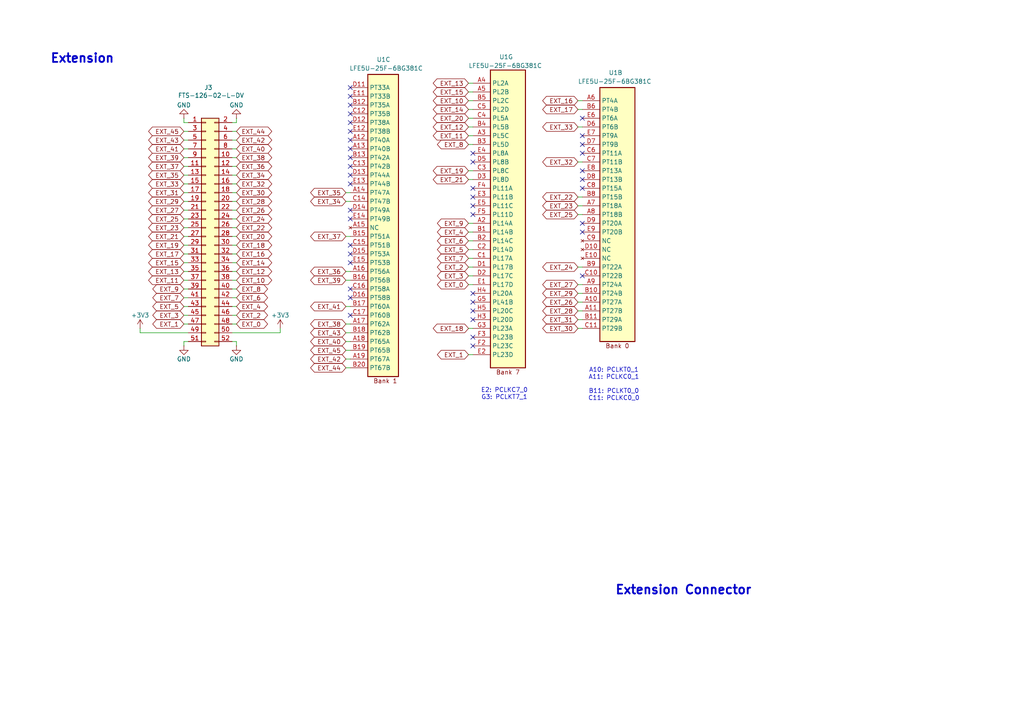
<source format=kicad_sch>
(kicad_sch (version 20231120) (generator "eeschema") (generator_version "8.0")
  (paper "A4")
  (no_connect (at 137.16 100.33))
  (no_connect (at 137.16 85.09))
  (no_connect (at 101.6 76.2))
  (no_connect (at 101.6 53.34))
  (no_connect (at 168.91 34.29))
  (no_connect (at 101.6 50.8))
  (no_connect (at 137.16 54.61))
  (no_connect (at 168.91 41.91))
  (no_connect (at 101.6 60.96))
  (no_connect (at 137.16 57.15))
  (no_connect (at 101.6 30.48))
  (no_connect (at 168.91 54.61))
  (no_connect (at 168.91 44.45))
  (no_connect (at 137.16 90.17))
  (no_connect (at 101.6 43.18))
  (no_connect (at 101.6 27.94))
  (no_connect (at 137.16 87.63))
  (no_connect (at 101.6 45.72))
  (no_connect (at 137.16 59.69))
  (no_connect (at 137.16 44.45))
  (no_connect (at 101.6 83.82))
  (no_connect (at 101.6 86.36))
  (no_connect (at 101.6 73.66))
  (no_connect (at 101.6 63.5))
  (no_connect (at 137.16 92.71))
  (no_connect (at 137.16 97.79))
  (no_connect (at 137.16 62.23))
  (no_connect (at 168.91 49.53))
  (no_connect (at 168.91 80.01))
  (no_connect (at 101.6 40.64))
  (no_connect (at 101.6 33.02))
  (no_connect (at 101.6 48.26))
  (no_connect (at 101.6 38.1))
  (no_connect (at 101.6 91.44))
  (no_connect (at 101.6 35.56))
  (no_connect (at 168.91 64.77))
  (no_connect (at 137.16 46.99))
  (no_connect (at 101.6 25.4))
  (no_connect (at 168.91 67.31))
  (no_connect (at 168.91 39.37))
  (no_connect (at 101.6 71.12))
  (no_connect (at 168.91 52.07))
  (wire (pts (xy 67.31 43.18) (xy 68.58 43.18)))
  (wire (pts (xy 135.89 82.55) (xy 137.16 82.55)))
  (wire (pts (xy 68.58 83.82) (xy 67.31 83.82)))
  (wire (pts (xy 135.89 24.13) (xy 137.16 24.13)))
  (wire (pts (xy 167.64 59.69) (xy 168.91 59.69)))
  (wire (pts (xy 68.58 60.96) (xy 67.31 60.96)))
  (wire (pts (xy 53.34 53.34) (xy 54.61 53.34)))
  (wire (pts (xy 135.89 64.77) (xy 137.16 64.77)))
  (wire (pts (xy 53.34 78.74) (xy 54.61 78.74)))
  (wire (pts (xy 54.61 35.56) (xy 53.34 35.56)))
  (wire (pts (xy 100.33 81.28) (xy 101.6 81.28)))
  (wire (pts (xy 53.34 81.28) (xy 54.61 81.28)))
  (wire (pts (xy 40.64 96.52) (xy 40.64 95.25)))
  (wire (pts (xy 68.58 88.9) (xy 67.31 88.9)))
  (wire (pts (xy 67.31 38.1) (xy 68.58 38.1)))
  (wire (pts (xy 100.33 88.9) (xy 101.6 88.9)))
  (wire (pts (xy 100.33 78.74) (xy 101.6 78.74)))
  (wire (pts (xy 53.34 58.42) (xy 54.61 58.42)))
  (wire (pts (xy 135.89 52.07) (xy 137.16 52.07)))
  (wire (pts (xy 68.58 35.56) (xy 68.58 34.29)))
  (wire (pts (xy 54.61 99.06) (xy 53.34 99.06)))
  (wire (pts (xy 167.64 57.15) (xy 168.91 57.15)))
  (wire (pts (xy 53.34 50.8) (xy 54.61 50.8)))
  (wire (pts (xy 68.58 76.2) (xy 67.31 76.2)))
  (wire (pts (xy 100.33 99.06) (xy 101.6 99.06)))
  (wire (pts (xy 167.64 29.21) (xy 168.91 29.21)))
  (wire (pts (xy 167.64 90.17) (xy 168.91 90.17)))
  (wire (pts (xy 68.58 55.88) (xy 67.31 55.88)))
  (wire (pts (xy 135.89 34.29) (xy 137.16 34.29)))
  (wire (pts (xy 81.28 96.52) (xy 81.28 95.25)))
  (wire (pts (xy 68.58 68.58) (xy 67.31 68.58)))
  (wire (pts (xy 53.34 45.72) (xy 54.61 45.72)))
  (wire (pts (xy 53.34 55.88) (xy 54.61 55.88)))
  (wire (pts (xy 53.34 76.2) (xy 54.61 76.2)))
  (wire (pts (xy 135.89 39.37) (xy 137.16 39.37)))
  (wire (pts (xy 100.33 58.42) (xy 101.6 58.42)))
  (wire (pts (xy 135.89 72.39) (xy 137.16 72.39)))
  (wire (pts (xy 68.58 63.5) (xy 67.31 63.5)))
  (wire (pts (xy 53.34 48.26) (xy 54.61 48.26)))
  (wire (pts (xy 135.89 36.83) (xy 137.16 36.83)))
  (wire (pts (xy 100.33 93.98) (xy 101.6 93.98)))
  (wire (pts (xy 100.33 106.68) (xy 101.6 106.68)))
  (wire (pts (xy 54.61 96.52) (xy 40.64 96.52)))
  (wire (pts (xy 67.31 48.26) (xy 68.58 48.26)))
  (wire (pts (xy 100.33 55.88) (xy 101.6 55.88)))
  (wire (pts (xy 135.89 77.47) (xy 137.16 77.47)))
  (wire (pts (xy 68.58 53.34) (xy 67.31 53.34)))
  (wire (pts (xy 167.64 36.83) (xy 168.91 36.83)))
  (wire (pts (xy 67.31 40.64) (xy 68.58 40.64)))
  (wire (pts (xy 135.89 74.93) (xy 137.16 74.93)))
  (wire (pts (xy 135.89 29.21) (xy 137.16 29.21)))
  (wire (pts (xy 68.58 93.98) (xy 67.31 93.98)))
  (wire (pts (xy 167.64 31.75) (xy 168.91 31.75)))
  (wire (pts (xy 53.34 91.44) (xy 54.61 91.44)))
  (wire (pts (xy 68.58 71.12) (xy 67.31 71.12)))
  (wire (pts (xy 100.33 104.14) (xy 101.6 104.14)))
  (wire (pts (xy 100.33 68.58) (xy 101.6 68.58)))
  (wire (pts (xy 67.31 45.72) (xy 68.58 45.72)))
  (wire (pts (xy 135.89 41.91) (xy 137.16 41.91)))
  (wire (pts (xy 68.58 99.06) (xy 68.58 100.33)))
  (wire (pts (xy 167.64 77.47) (xy 168.91 77.47)))
  (wire (pts (xy 135.89 67.31) (xy 137.16 67.31)))
  (wire (pts (xy 100.33 101.6) (xy 101.6 101.6)))
  (wire (pts (xy 53.34 38.1) (xy 54.61 38.1)))
  (wire (pts (xy 167.64 46.99) (xy 168.91 46.99)))
  (wire (pts (xy 68.58 58.42) (xy 67.31 58.42)))
  (wire (pts (xy 68.58 91.44) (xy 67.31 91.44)))
  (wire (pts (xy 53.34 35.56) (xy 53.34 34.29)))
  (wire (pts (xy 135.89 95.25) (xy 137.16 95.25)))
  (wire (pts (xy 68.58 86.36) (xy 67.31 86.36)))
  (wire (pts (xy 67.31 50.8) (xy 68.58 50.8)))
  (wire (pts (xy 53.34 93.98) (xy 54.61 93.98)))
  (wire (pts (xy 67.31 99.06) (xy 68.58 99.06)))
  (wire (pts (xy 53.34 86.36) (xy 54.61 86.36)))
  (wire (pts (xy 67.31 35.56) (xy 68.58 35.56)))
  (wire (pts (xy 68.58 73.66) (xy 67.31 73.66)))
  (wire (pts (xy 53.34 43.18) (xy 54.61 43.18)))
  (wire (pts (xy 167.64 62.23) (xy 168.91 62.23)))
  (wire (pts (xy 135.89 80.01) (xy 137.16 80.01)))
  (wire (pts (xy 53.34 63.5) (xy 54.61 63.5)))
  (wire (pts (xy 135.89 26.67) (xy 137.16 26.67)))
  (wire (pts (xy 167.64 95.25) (xy 168.91 95.25)))
  (wire (pts (xy 53.34 99.06) (xy 53.34 100.33)))
  (wire (pts (xy 53.34 40.64) (xy 54.61 40.64)))
  (wire (pts (xy 135.89 102.87) (xy 137.16 102.87)))
  (wire (pts (xy 53.34 83.82) (xy 54.61 83.82)))
  (wire (pts (xy 53.34 73.66) (xy 54.61 73.66)))
  (wire (pts (xy 167.64 85.09) (xy 168.91 85.09)))
  (wire (pts (xy 135.89 69.85) (xy 137.16 69.85)))
  (wire (pts (xy 53.34 71.12) (xy 54.61 71.12)))
  (wire (pts (xy 68.58 81.28) (xy 67.31 81.28)))
  (wire (pts (xy 53.34 60.96) (xy 54.61 60.96)))
  (wire (pts (xy 100.33 96.52) (xy 101.6 96.52)))
  (wire (pts (xy 67.31 96.52) (xy 81.28 96.52)))
  (wire (pts (xy 68.58 78.74) (xy 67.31 78.74)))
  (wire (pts (xy 53.34 88.9) (xy 54.61 88.9)))
  (wire (pts (xy 53.34 68.58) (xy 54.61 68.58)))
  (wire (pts (xy 135.89 31.75) (xy 137.16 31.75)))
  (wire (pts (xy 68.58 66.04) (xy 67.31 66.04)))
  (wire (pts (xy 167.64 87.63) (xy 168.91 87.63)))
  (wire (pts (xy 53.34 66.04) (xy 54.61 66.04)))
  (wire (pts (xy 135.89 49.53) (xy 137.16 49.53)))
  (wire (pts (xy 167.64 82.55) (xy 168.91 82.55)))
  (wire (pts (xy 167.64 92.71) (xy 168.91 92.71)))
  (text "E2: PCLKC7_0\nG3: PCLKT7_1" (at 146.304 114.3 0) (effects (font (size 1.27 1.27))))
  (text "Extension Connector" (at 178.308 172.72 0) (effects (font (size 2.54 2.54) (thickness 0.508) (bold yes)) (justify left bottom)))
  (text "Extension" (at 14.478 18.542 0) (effects (font (size 2.54 2.54) (thickness 0.508) (bold yes)) (justify left bottom)))
  (text "A10: PCLKT0_1\nA11: PCLKC0_1\n\nB11: PCLKT0_0\nC11: PCLKC0_0" (at 178.054 111.506 0) (effects (font (size 1.27 1.27))))
  (global_label "EXT_1" (shape bidirectional) (at 135.89 102.87 180) (property "Intersheetrefs" "${INTERSHEET_REFS}" (effects (hide yes))))
  (global_label "EXT_24" (shape bidirectional) (at 167.64 77.47 180) (property "Intersheetrefs" "${INTERSHEET_REFS}" (effects (hide yes))))
  (global_label "EXT_37" (shape bidirectional) (at 53.34 48.26 180) (property "Intersheetrefs" "${INTERSHEET_REFS}" (effects (hide yes))))
  (global_label "EXT_22" (shape bidirectional) (at 68.58 66.04 0) (property "Intersheetrefs" "${INTERSHEET_REFS}" (effects (hide yes))))
  (global_label "EXT_0" (shape bidirectional) (at 135.89 82.55 180) (property "Intersheetrefs" "${INTERSHEET_REFS}" (effects (hide yes))))
  (global_label "EXT_38" (shape bidirectional) (at 100.33 93.98 180) (property "Intersheetrefs" "${INTERSHEET_REFS}" (effects (hide yes))))
  (global_label "EXT_41" (shape bidirectional) (at 53.34 43.18 180) (property "Intersheetrefs" "${INTERSHEET_REFS}" (effects (hide yes))))
  (global_label "EXT_42" (shape bidirectional) (at 68.58 40.64 0) (property "Intersheetrefs" "${INTERSHEET_REFS}" (effects (hide yes))))
  (global_label "EXT_8" (shape bidirectional) (at 135.89 41.91 180) (property "Intersheetrefs" "${INTERSHEET_REFS}" (effects (hide yes))))
  (global_label "EXT_10" (shape bidirectional) (at 68.58 81.28 0) (property "Intersheetrefs" "${INTERSHEET_REFS}" (effects (hide yes))))
  (global_label "EXT_30" (shape bidirectional) (at 68.58 55.88 0) (property "Intersheetrefs" "${INTERSHEET_REFS}" (effects (hide yes))))
  (global_label "EXT_11" (shape bidirectional) (at 53.34 81.28 180) (property "Intersheetrefs" "${INTERSHEET_REFS}" (effects (hide yes))))
  (global_label "EXT_29" (shape bidirectional) (at 53.34 58.42 180) (property "Intersheetrefs" "${INTERSHEET_REFS}" (effects (hide yes))))
  (global_label "EXT_21" (shape bidirectional) (at 135.89 52.07 180) (property "Intersheetrefs" "${INTERSHEET_REFS}" (effects (hide yes))))
  (global_label "EXT_25" (shape bidirectional) (at 167.64 62.23 180) (property "Intersheetrefs" "${INTERSHEET_REFS}" (effects (hide yes))))
  (global_label "EXT_3" (shape bidirectional) (at 53.34 91.44 180) (property "Intersheetrefs" "${INTERSHEET_REFS}" (effects (hide yes))))
  (global_label "EXT_18" (shape bidirectional) (at 135.89 95.25 180) (property "Intersheetrefs" "${INTERSHEET_REFS}" (effects (hide yes))))
  (global_label "EXT_36" (shape bidirectional) (at 68.58 48.26 0) (property "Intersheetrefs" "${INTERSHEET_REFS}" (effects (hide yes))))
  (global_label "EXT_25" (shape bidirectional) (at 53.34 63.5 180) (property "Intersheetrefs" "${INTERSHEET_REFS}" (effects (hide yes))))
  (global_label "EXT_41" (shape bidirectional) (at 100.33 88.9 180) (property "Intersheetrefs" "${INTERSHEET_REFS}" (effects (hide yes))))
  (global_label "EXT_17" (shape bidirectional) (at 167.64 31.75 180) (property "Intersheetrefs" "${INTERSHEET_REFS}" (effects (hide yes))))
  (global_label "EXT_37" (shape bidirectional) (at 100.33 68.58 180) (property "Intersheetrefs" "${INTERSHEET_REFS}" (effects (hide yes))))
  (global_label "EXT_31" (shape bidirectional) (at 53.34 55.88 180) (property "Intersheetrefs" "${INTERSHEET_REFS}" (effects (hide yes))))
  (global_label "EXT_9" (shape bidirectional) (at 53.34 83.82 180) (property "Intersheetrefs" "${INTERSHEET_REFS}" (effects (hide yes))))
  (global_label "EXT_39" (shape bidirectional) (at 53.34 45.72 180) (property "Intersheetrefs" "${INTERSHEET_REFS}" (effects (hide yes))))
  (global_label "EXT_7" (shape bidirectional) (at 53.34 86.36 180) (property "Intersheetrefs" "${INTERSHEET_REFS}" (effects (hide yes))))
  (global_label "EXT_9" (shape bidirectional) (at 135.89 64.77 180) (property "Intersheetrefs" "${INTERSHEET_REFS}" (effects (hide yes))))
  (global_label "EXT_43" (shape bidirectional) (at 100.33 96.52 180) (property "Intersheetrefs" "${INTERSHEET_REFS}" (effects (hide yes))))
  (global_label "EXT_33" (shape bidirectional) (at 53.34 53.34 180) (property "Intersheetrefs" "${INTERSHEET_REFS}" (effects (hide yes))))
  (global_label "EXT_0" (shape bidirectional) (at 68.58 93.98 0) (property "Intersheetrefs" "${INTERSHEET_REFS}" (effects (hide yes))))
  (global_label "EXT_40" (shape bidirectional) (at 68.58 43.18 0) (property "Intersheetrefs" "${INTERSHEET_REFS}" (effects (hide yes))))
  (global_label "EXT_34" (shape bidirectional) (at 68.58 50.8 0) (property "Intersheetrefs" "${INTERSHEET_REFS}" (effects (hide yes))))
  (global_label "EXT_7" (shape bidirectional) (at 135.89 74.93 180) (property "Intersheetrefs" "${INTERSHEET_REFS}" (effects (hide yes))))
  (global_label "EXT_12" (shape bidirectional) (at 68.58 78.74 0) (property "Intersheetrefs" "${INTERSHEET_REFS}" (effects (hide yes))))
  (global_label "EXT_36" (shape bidirectional) (at 100.33 78.74 180) (property "Intersheetrefs" "${INTERSHEET_REFS}" (effects (hide yes))))
  (global_label "EXT_10" (shape bidirectional) (at 135.89 29.21 180) (property "Intersheetrefs" "${INTERSHEET_REFS}" (effects (hide yes))))
  (global_label "EXT_20" (shape bidirectional) (at 135.89 34.29 180) (property "Intersheetrefs" "${INTERSHEET_REFS}" (effects (hide yes))))
  (global_label "EXT_19" (shape bidirectional) (at 53.34 71.12 180) (property "Intersheetrefs" "${INTERSHEET_REFS}" (effects (hide yes))))
  (global_label "EXT_27" (shape bidirectional) (at 53.34 60.96 180) (property "Intersheetrefs" "${INTERSHEET_REFS}" (effects (hide yes))))
  (global_label "EXT_34" (shape bidirectional) (at 100.33 58.42 180) (property "Intersheetrefs" "${INTERSHEET_REFS}" (effects (hide yes))))
  (global_label "EXT_16" (shape bidirectional) (at 167.64 29.21 180) (property "Intersheetrefs" "${INTERSHEET_REFS}" (effects (hide yes))))
  (global_label "EXT_32" (shape bidirectional) (at 167.64 46.99 180) (property "Intersheetrefs" "${INTERSHEET_REFS}" (effects (hide yes))))
  (global_label "EXT_29" (shape bidirectional) (at 167.64 85.09 180) (property "Intersheetrefs" "${INTERSHEET_REFS}" (effects (hide yes))))
  (global_label "EXT_11" (shape bidirectional) (at 135.89 39.37 180) (property "Intersheetrefs" "${INTERSHEET_REFS}" (effects (hide yes))))
  (global_label "EXT_44" (shape bidirectional) (at 100.33 106.68 180) (property "Intersheetrefs" "${INTERSHEET_REFS}" (effects (hide yes))))
  (global_label "EXT_1" (shape bidirectional) (at 53.34 93.98 180) (property "Intersheetrefs" "${INTERSHEET_REFS}" (effects (hide yes))))
  (global_label "EXT_8" (shape bidirectional) (at 68.58 83.82 0) (property "Intersheetrefs" "${INTERSHEET_REFS}" (effects (hide yes))))
  (global_label "EXT_21" (shape bidirectional) (at 53.34 68.58 180) (property "Intersheetrefs" "${INTERSHEET_REFS}" (effects (hide yes))))
  (global_label "EXT_5" (shape bidirectional) (at 135.89 72.39 180) (property "Intersheetrefs" "${INTERSHEET_REFS}" (effects (hide yes))))
  (global_label "EXT_24" (shape bidirectional) (at 68.58 63.5 0) (property "Intersheetrefs" "${INTERSHEET_REFS}" (effects (hide yes))))
  (global_label "EXT_5" (shape bidirectional) (at 53.34 88.9 180) (property "Intersheetrefs" "${INTERSHEET_REFS}" (effects (hide yes))))
  (global_label "EXT_43" (shape bidirectional) (at 53.34 40.64 180) (property "Intersheetrefs" "${INTERSHEET_REFS}" (effects (hide yes))))
  (global_label "EXT_16" (shape bidirectional) (at 68.58 73.66 0) (property "Intersheetrefs" "${INTERSHEET_REFS}" (effects (hide yes))))
  (global_label "EXT_45" (shape bidirectional) (at 53.34 38.1 180) (property "Intersheetrefs" "${INTERSHEET_REFS}" (effects (hide yes))))
  (global_label "EXT_15" (shape bidirectional) (at 135.89 26.67 180) (property "Intersheetrefs" "${INTERSHEET_REFS}" (effects (hide yes))))
  (global_label "EXT_39" (shape bidirectional) (at 100.33 81.28 180) (property "Intersheetrefs" "${INTERSHEET_REFS}" (effects (hide yes))))
  (global_label "EXT_40" (shape bidirectional) (at 100.33 99.06 180) (property "Intersheetrefs" "${INTERSHEET_REFS}" (effects (hide yes))))
  (global_label "EXT_14" (shape bidirectional) (at 135.89 31.75 180) (property "Intersheetrefs" "${INTERSHEET_REFS}" (effects (hide yes))))
  (global_label "EXT_28" (shape bidirectional) (at 167.64 90.17 180) (property "Intersheetrefs" "${INTERSHEET_REFS}" (effects (hide yes))))
  (global_label "EXT_31" (shape bidirectional) (at 167.64 92.71 180) (property "Intersheetrefs" "${INTERSHEET_REFS}" (effects (hide yes))))
  (global_label "EXT_23" (shape bidirectional) (at 167.64 59.69 180) (property "Intersheetrefs" "${INTERSHEET_REFS}" (effects (hide yes))))
  (global_label "EXT_6" (shape bidirectional) (at 68.58 86.36 0) (property "Intersheetrefs" "${INTERSHEET_REFS}" (effects (hide yes))))
  (global_label "EXT_22" (shape bidirectional) (at 167.64 57.15 180) (property "Intersheetrefs" "${INTERSHEET_REFS}" (effects (hide yes))))
  (global_label "EXT_2" (shape bidirectional) (at 68.58 91.44 0) (property "Intersheetrefs" "${INTERSHEET_REFS}" (effects (hide yes))))
  (global_label "EXT_15" (shape bidirectional) (at 53.34 76.2 180) (property "Intersheetrefs" "${INTERSHEET_REFS}" (effects (hide yes))))
  (global_label "EXT_12" (shape bidirectional) (at 135.89 36.83 180) (property "Intersheetrefs" "${INTERSHEET_REFS}" (effects (hide yes))))
  (global_label "EXT_42" (shape bidirectional) (at 100.33 104.14 180) (property "Intersheetrefs" "${INTERSHEET_REFS}" (effects (hide yes))))
  (global_label "EXT_26" (shape bidirectional) (at 68.58 60.96 0) (property "Intersheetrefs" "${INTERSHEET_REFS}" (effects (hide yes))))
  (global_label "EXT_26" (shape bidirectional) (at 167.64 87.63 180) (property "Intersheetrefs" "${INTERSHEET_REFS}" (effects (hide yes))))
  (global_label "EXT_3" (shape bidirectional) (at 135.89 80.01 180) (property "Intersheetrefs" "${INTERSHEET_REFS}" (effects (hide yes))))
  (global_label "EXT_17" (shape bidirectional) (at 53.34 73.66 180) (property "Intersheetrefs" "${INTERSHEET_REFS}" (effects (hide yes))))
  (global_label "EXT_32" (shape bidirectional) (at 68.58 53.34 0) (property "Intersheetrefs" "${INTERSHEET_REFS}" (effects (hide yes))))
  (global_label "EXT_13" (shape bidirectional) (at 135.89 24.13 180) (property "Intersheetrefs" "${INTERSHEET_REFS}" (effects (hide yes))))
  (global_label "EXT_30" (shape bidirectional) (at 167.64 95.25 180) (property "Intersheetrefs" "${INTERSHEET_REFS}" (effects (hide yes))))
  (global_label "EXT_35" (shape bidirectional) (at 100.33 55.88 180) (property "Intersheetrefs" "${INTERSHEET_REFS}" (effects (hide yes))))
  (global_label "EXT_19" (shape bidirectional) (at 135.89 49.53 180) (property "Intersheetrefs" "${INTERSHEET_REFS}" (effects (hide yes))))
  (global_label "EXT_23" (shape bidirectional) (at 53.34 66.04 180) (property "Intersheetrefs" "${INTERSHEET_REFS}" (effects (hide yes))))
  (global_label "EXT_4" (shape bidirectional) (at 135.89 67.31 180) (property "Intersheetrefs" "${INTERSHEET_REFS}" (effects (hide yes))))
  (global_label "EXT_35" (shape bidirectional) (at 53.34 50.8 180) (property "Intersheetrefs" "${INTERSHEET_REFS}" (effects (hide yes))))
  (global_label "EXT_38" (shape bidirectional) (at 68.58 45.72 0) (property "Intersheetrefs" "${INTERSHEET_REFS}" (effects (hide yes))))
  (global_label "EXT_14" (shape bidirectional) (at 68.58 76.2 0) (property "Intersheetrefs" "${INTERSHEET_REFS}" (effects (hide yes))))
  (global_label "EXT_20" (shape bidirectional) (at 68.58 68.58 0) (property "Intersheetrefs" "${INTERSHEET_REFS}" (effects (hide yes))))
  (global_label "EXT_44" (shape bidirectional) (at 68.58 38.1 0) (property "Intersheetrefs" "${INTERSHEET_REFS}" (effects (hide yes))))
  (global_label "EXT_45" (shape bidirectional) (at 100.33 101.6 180) (property "Intersheetrefs" "${INTERSHEET_REFS}" (effects (hide yes))))
  (global_label "EXT_28" (shape bidirectional) (at 68.58 58.42 0) (property "Intersheetrefs" "${INTERSHEET_REFS}" (effects (hide yes))))
  (global_label "EXT_27" (shape bidirectional) (at 167.64 82.55 180) (property "Intersheetrefs" "${INTERSHEET_REFS}" (effects (hide yes))))
  (global_label "EXT_33" (shape bidirectional) (at 167.64 36.83 180) (property "Intersheetrefs" "${INTERSHEET_REFS}" (effects (hide yes))))
  (global_label "EXT_4" (shape bidirectional) (at 68.58 88.9 0) (property "Intersheetrefs" "${INTERSHEET_REFS}" (effects (hide yes))))
  (global_label "EXT_13" (shape bidirectional) (at 53.34 78.74 180) (property "Intersheetrefs" "${INTERSHEET_REFS}" (effects (hide yes))))
  (global_label "EXT_6" (shape bidirectional) (at 135.89 69.85 180) (property "Intersheetrefs" "${INTERSHEET_REFS}" (effects (hide yes))))
  (global_label "EXT_18" (shape bidirectional) (at 68.58 71.12 0) (property "Intersheetrefs" "${INTERSHEET_REFS}" (effects (hide yes))))
  (global_label "EXT_2" (shape bidirectional) (at 135.89 77.47 180) (property "Intersheetrefs" "${INTERSHEET_REFS}" (effects (hide yes))))
  (symbol (lib_id "power:GND") (at 53.34 100.33 0) (unit 1)
    (property "Reference" "#PWR0108" (effects (hide yes)))
    (property "Value" "GND" (at 53.34 104.14 0))
    (property "Description" "Power symbol creates a global label with name \"GND\" , ground" (effects (hide yes)))
  )
  (symbol (lib_id "ECP5_BGA381_FT2232HQ_FIFO:LFE5U-25F-xBG381x") (at 179.07 59.69 0) (unit 2)
    (property "Reference" "U1" (at 176.53 21.082 0) (effects (justify left)))
    (property "Value" "LFE5U-25F-6BG381C" (at 167.64 23.622 0) (effects (justify left)))
    (property "Footprint" "ECP5_BGA381_FT2232HQ_FIFO:BGA-381_pitch0.8mm_dia0.4mm" (effects (hide yes)))
    (property "Datasheet" "https://www.latticesemi.com/view_document?document_id=50461" (effects (hide yes)))
    (property "Description" "ECP5 FPGA, 25K LUTs, 1.2V, BGA-381" (effects (hide yes)))
    (property "Manufacturer" "Lattice Semiconductor Corporation" (effects (hide yes)))
    (property "MPN" "LFE5U-25F-6BG381C" (effects (hide yes)))
  )
  (symbol (lib_id "ECP5_BGA381_FT2232HQ_FIFO:LFE5U-25F-xBG381x") (at 147.32 59.69 0) (unit 7)
    (property "Reference" "U1" (at 144.78 16.51 0) (effects (justify left)))
    (property "Value" "LFE5U-25F-6BG381C" (at 135.89 19.05 0) (effects (justify left)))
    (property "Footprint" "ECP5_BGA381_FT2232HQ_FIFO:BGA-381_pitch0.8mm_dia0.4mm" (effects (hide yes)))
    (property "Datasheet" "https://www.latticesemi.com/view_document?document_id=50461" (effects (hide yes)))
    (property "Description" "ECP5 FPGA, 25K LUTs, 1.2V, BGA-381" (effects (hide yes)))
    (property "Manufacturer" "Lattice Semiconductor Corporation" (effects (hide yes)))
    (property "MPN" "LFE5U-25F-6BG381C" (effects (hide yes)))
  )
  (symbol (lib_id "Connector_Generic:Conn_02x26_Odd_Even") (at 59.69 66.04 0) (unit 1)
    (property "Reference" "J3" (at 60.452 25.4 0))
    (property "Value" "FTS-126-02-L-DV" (at 61.214 27.686 0))
    (property "Footprint" "ECP5_BGA381_FT2232HQ_FIFO:SAMTEC-FTS-126-02-X-DV" (effects (hide yes)))
    (property "Description" "CONN HEADER SMD 52POS 1.27MM" (effects (hide yes)))
    (property "MPN" "FTS-126-02-L-DV" (effects (hide yes)))
    (property "Manufacturer" "Samtec Inc." (effects (hide yes)))
  )
  (symbol (lib_id "ECP5_BGA381_FT2232HQ_FIFO:LFE5U-25F-xBG381x") (at 111.76 63.5 0) (unit 3)
    (property "Reference" "U1" (at 109.22 17.272 0) (effects (justify left)))
    (property "Value" "LFE5U-25F-6BG381C" (at 101.346 19.812 0) (effects (justify left)))
    (property "Footprint" "ECP5_BGA381_FT2232HQ_FIFO:BGA-381_pitch0.8mm_dia0.4mm" (effects (hide yes)))
    (property "Datasheet" "https://www.latticesemi.com/view_document?document_id=50461" (effects (hide yes)))
    (property "Description" "ECP5 FPGA, 25K LUTs, 1.2V, BGA-381" (effects (hide yes)))
    (property "Manufacturer" "Lattice Semiconductor Corporation" (effects (hide yes)))
    (property "MPN" "LFE5U-25F-6BG381C" (effects (hide yes)))
  )
  (symbol (lib_id "power:GND") (at 68.58 100.33 0) (unit 1)
    (property "Reference" "#PWR0109" (effects (hide yes)))
    (property "Value" "GND" (at 68.58 104.14 0))
    (property "Description" "Power symbol creates a global label with name \"GND\" , ground" (effects (hide yes)))
  )
  (symbol (lib_id "power:GND") (at 68.58 34.29 180) (unit 1)
    (property "Reference" "#PWR0105" (effects (hide yes)))
    (property "Value" "GND" (at 68.58 30.48 0))
    (property "Description" "Power symbol creates a global label with name \"GND\" , ground" (effects (hide yes)))
  )
  (symbol (lib_id "power:+3V3") (at 40.64 95.25 0) (unit 1)
    (property "Reference" "#PWR0106" (effects (hide yes)))
    (property "Value" "+3V3" (at 40.64 91.44 0))
    (property "Description" "Power symbol creates a global label with name \"+3V3\"" (effects (hide yes)))
  )
  (symbol (lib_id "power:+3V3") (at 81.28 95.25 0) (unit 1)
    (property "Reference" "#PWR0107" (effects (hide yes)))
    (property "Value" "+3V3" (at 81.28 91.44 0))
    (property "Description" "Power symbol creates a global label with name \"+3V3\"" (effects (hide yes)))
  )
  (symbol (lib_id "power:GND") (at 53.34 34.29 180) (unit 1)
    (property "Reference" "#PWR0104" (effects (hide yes)))
    (property "Value" "GND" (at 53.34 30.48 0))
    (property "Description" "Power symbol creates a global label with name \"GND\" , ground" (effects (hide yes)))
  )
)
</source>
